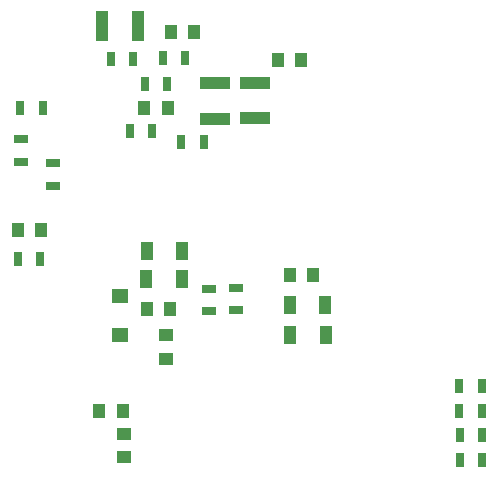
<source format=gbr>
G04 #@! TF.FileFunction,Paste,Bot*
%FSLAX46Y46*%
G04 Gerber Fmt 4.6, Leading zero omitted, Abs format (unit mm)*
G04 Created by KiCad (PCBNEW 4.0.1-3.201512221402+6198~38~ubuntu14.04.1-stable) date Mon 04 Jan 2016 12:08:05 AM EST*
%MOMM*%
G01*
G04 APERTURE LIST*
%ADD10C,0.100000*%
%ADD11R,1.250000X1.000000*%
%ADD12R,1.000000X1.250000*%
%ADD13R,1.000000X2.500000*%
%ADD14R,2.500000X1.000000*%
%ADD15R,1.399540X1.150620*%
%ADD16R,1.300000X0.700000*%
%ADD17R,0.700000X1.300000*%
%ADD18R,1.000000X1.600000*%
G04 APERTURE END LIST*
D10*
D11*
X119227600Y-107762800D03*
X119227600Y-109762800D03*
D12*
X115579400Y-114147600D03*
X113579400Y-114147600D03*
D11*
X115722400Y-116094000D03*
X115722400Y-118094000D03*
D12*
X106699300Y-98831400D03*
X108699300Y-98831400D03*
X128692400Y-84480400D03*
X130692400Y-84480400D03*
X119650000Y-82042000D03*
X121650000Y-82042000D03*
D13*
X116866800Y-81559400D03*
X113866800Y-81559400D03*
D12*
X119389400Y-88544400D03*
X117389400Y-88544400D03*
D14*
X123418600Y-86409400D03*
X123418600Y-89409400D03*
X126746000Y-86384000D03*
X126746000Y-89384000D03*
D15*
X115316000Y-107696000D03*
X115316000Y-104444800D03*
D16*
X106950000Y-91163100D03*
X106950000Y-93063100D03*
X109667800Y-93182400D03*
X109667800Y-95082400D03*
D17*
X108814400Y-88506300D03*
X106914400Y-88506300D03*
X106711200Y-101295200D03*
X108611200Y-101295200D03*
X119339400Y-86512400D03*
X117439400Y-86512400D03*
D16*
X122885200Y-105699600D03*
X122885200Y-103799600D03*
X125171200Y-105648800D03*
X125171200Y-103748800D03*
D17*
X118094800Y-90424000D03*
X116194800Y-90424000D03*
X122438200Y-91414600D03*
X120538200Y-91414600D03*
X116494600Y-84353400D03*
X114594600Y-84353400D03*
X118988800Y-84251800D03*
X120888800Y-84251800D03*
X144084000Y-112014000D03*
X145984000Y-112014000D03*
X144084000Y-114173000D03*
X145984000Y-114173000D03*
X144112700Y-116230400D03*
X146012700Y-116230400D03*
X144112700Y-118300500D03*
X146012700Y-118300500D03*
D12*
X129721100Y-102654100D03*
X131721100Y-102654100D03*
D18*
X129754500Y-107759500D03*
X132754500Y-107759500D03*
X129729100Y-105194100D03*
X132729100Y-105194100D03*
D12*
X119605300Y-105486200D03*
X117605300Y-105486200D03*
D18*
X120575200Y-103022400D03*
X117575200Y-103022400D03*
X120600600Y-100647500D03*
X117600600Y-100647500D03*
M02*

</source>
